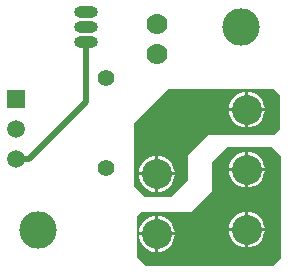
<source format=gbl>
%FSLAX24Y24*%
%MOIN*%
G70*
G01*
G75*
G04 Layer_Physical_Order=2*
G04 Layer_Color=16711680*
%ADD10R,0.0315X0.0354*%
%ADD11C,0.0200*%
%ADD12C,0.0150*%
%ADD13C,0.1000*%
%ADD14C,0.1250*%
%ADD15O,0.0787X0.0394*%
%ADD16O,0.0787X0.0394*%
%ADD17C,0.0700*%
%ADD18R,0.0591X0.0591*%
%ADD19C,0.0591*%
%ADD20C,0.0551*%
G36*
X62100Y39050D02*
Y37900D01*
X61900Y37700D01*
X59700D01*
X59050Y37050D01*
Y36200D01*
X58500Y35650D01*
X57600D01*
X57250Y36000D01*
Y38100D01*
X58400Y39250D01*
X61900D01*
X62100Y39050D01*
D02*
G37*
G36*
X62150Y37000D02*
Y33800D01*
Y33600D01*
X61900Y33350D01*
X57650D01*
X57350Y33650D01*
Y34373D01*
X57352Y34373D01*
Y34435D01*
X57350Y34435D01*
Y35000D01*
X57500Y35150D01*
X59150D01*
X59800Y35800D01*
X59850Y35850D01*
Y36700D01*
Y36800D01*
X60350Y37300D01*
X61850D01*
X62150Y37000D01*
D02*
G37*
%LPC*%
G36*
X60950Y35148D02*
X60882Y35141D01*
X60769Y35107D01*
X60665Y35051D01*
X60574Y34976D01*
X60499Y34885D01*
X60443Y34781D01*
X60409Y34668D01*
X60402Y34600D01*
X60950D01*
Y35148D01*
D02*
G37*
G36*
X58050Y35002D02*
Y34454D01*
X58598D01*
X58591Y34522D01*
X58557Y34635D01*
X58501Y34739D01*
X58426Y34830D01*
X58335Y34905D01*
X58231Y34961D01*
X58118Y34995D01*
X58050Y35002D01*
D02*
G37*
G36*
X57950Y36354D02*
X57402D01*
X57409Y36286D01*
X57443Y36173D01*
X57499Y36069D01*
X57574Y35978D01*
X57665Y35903D01*
X57769Y35847D01*
X57882Y35813D01*
X57950Y35806D01*
Y36354D01*
D02*
G37*
G36*
X61050Y35148D02*
Y34600D01*
X61598D01*
X61591Y34668D01*
X61557Y34781D01*
X61501Y34885D01*
X61426Y34976D01*
X61335Y35051D01*
X61231Y35107D01*
X61118Y35141D01*
X61050Y35148D01*
D02*
G37*
G36*
X58598Y34354D02*
X58050D01*
Y33806D01*
X58118Y33813D01*
X58231Y33847D01*
X58335Y33903D01*
X58426Y33978D01*
X58501Y34069D01*
X58557Y34173D01*
X58591Y34286D01*
X58598Y34354D01*
D02*
G37*
G36*
X57950D02*
X57402D01*
X57409Y34286D01*
X57443Y34173D01*
X57499Y34069D01*
X57574Y33978D01*
X57665Y33903D01*
X57769Y33847D01*
X57882Y33813D01*
X57950Y33806D01*
Y34354D01*
D02*
G37*
G36*
X60950Y34500D02*
X60402D01*
X60409Y34432D01*
X60443Y34319D01*
X60499Y34215D01*
X60574Y34124D01*
X60665Y34049D01*
X60769Y33993D01*
X60882Y33959D01*
X60950Y33952D01*
Y34500D01*
D02*
G37*
G36*
X57950Y35002D02*
X57882Y34995D01*
X57769Y34961D01*
X57665Y34905D01*
X57574Y34830D01*
X57499Y34739D01*
X57443Y34635D01*
X57409Y34522D01*
X57402Y34454D01*
X57950D01*
Y35002D01*
D02*
G37*
G36*
X61598Y34500D02*
X61050D01*
Y33952D01*
X61118Y33959D01*
X61231Y33993D01*
X61335Y34049D01*
X61426Y34124D01*
X61501Y34215D01*
X61557Y34319D01*
X61591Y34432D01*
X61598Y34500D01*
D02*
G37*
G36*
X60950Y38500D02*
X60402D01*
X60409Y38432D01*
X60443Y38319D01*
X60499Y38215D01*
X60574Y38124D01*
X60665Y38049D01*
X60769Y37993D01*
X60882Y37959D01*
X60950Y37952D01*
Y38500D01*
D02*
G37*
G36*
X61050Y37148D02*
Y36600D01*
X61598D01*
X61591Y36668D01*
X61557Y36781D01*
X61501Y36885D01*
X61426Y36976D01*
X61335Y37051D01*
X61231Y37107D01*
X61118Y37141D01*
X61050Y37148D01*
D02*
G37*
G36*
X61598Y38500D02*
X61050D01*
Y37952D01*
X61118Y37959D01*
X61231Y37993D01*
X61335Y38049D01*
X61426Y38124D01*
X61501Y38215D01*
X61557Y38319D01*
X61591Y38432D01*
X61598Y38500D01*
D02*
G37*
G36*
X61050Y39148D02*
Y38600D01*
X61598D01*
X61591Y38668D01*
X61557Y38781D01*
X61501Y38885D01*
X61426Y38976D01*
X61335Y39051D01*
X61231Y39107D01*
X61118Y39141D01*
X61050Y39148D01*
D02*
G37*
G36*
X60950D02*
X60882Y39141D01*
X60769Y39107D01*
X60665Y39051D01*
X60574Y38976D01*
X60499Y38885D01*
X60443Y38781D01*
X60409Y38668D01*
X60402Y38600D01*
X60950D01*
Y39148D01*
D02*
G37*
G36*
Y37148D02*
X60882Y37141D01*
X60769Y37107D01*
X60665Y37051D01*
X60574Y36976D01*
X60499Y36885D01*
X60443Y36781D01*
X60409Y36668D01*
X60402Y36600D01*
X60950D01*
Y37148D01*
D02*
G37*
G36*
Y36500D02*
X60402D01*
X60409Y36432D01*
X60443Y36319D01*
X60499Y36215D01*
X60574Y36124D01*
X60665Y36049D01*
X60769Y35993D01*
X60882Y35959D01*
X60950Y35952D01*
Y36500D01*
D02*
G37*
G36*
X58598Y36354D02*
X58050D01*
Y35806D01*
X58118Y35813D01*
X58231Y35847D01*
X58335Y35903D01*
X58426Y35978D01*
X58501Y36069D01*
X58557Y36173D01*
X58591Y36286D01*
X58598Y36354D01*
D02*
G37*
G36*
X61598Y36500D02*
X61050D01*
Y35952D01*
X61118Y35959D01*
X61231Y35993D01*
X61335Y36049D01*
X61426Y36124D01*
X61501Y36215D01*
X61557Y36319D01*
X61591Y36432D01*
X61598Y36500D01*
D02*
G37*
G36*
X58050Y37002D02*
Y36454D01*
X58598D01*
X58591Y36522D01*
X58557Y36635D01*
X58501Y36739D01*
X58426Y36830D01*
X58335Y36905D01*
X58231Y36961D01*
X58118Y36995D01*
X58050Y37002D01*
D02*
G37*
G36*
X57950D02*
X57882Y36995D01*
X57769Y36961D01*
X57665Y36905D01*
X57574Y36830D01*
X57499Y36739D01*
X57443Y36635D01*
X57409Y36522D01*
X57402Y36454D01*
X57950D01*
Y37002D01*
D02*
G37*
%LPD*%
D11*
X53300Y36900D02*
X53750D01*
X55650Y38800D01*
Y40800D01*
D13*
X61000Y34550D02*
D03*
Y36550D02*
D03*
Y38550D02*
D03*
X58000Y34404D02*
D03*
Y36404D02*
D03*
D14*
X54050Y34550D02*
D03*
X60800Y41300D02*
D03*
D15*
X55650Y41800D02*
D03*
Y40800D02*
D03*
D16*
Y41300D02*
D03*
D17*
X58000Y40404D02*
D03*
Y41404D02*
D03*
D18*
X53300Y38900D02*
D03*
D19*
Y37900D02*
D03*
Y36900D02*
D03*
D20*
X56300Y36600D02*
D03*
Y39600D02*
D03*
M02*

</source>
